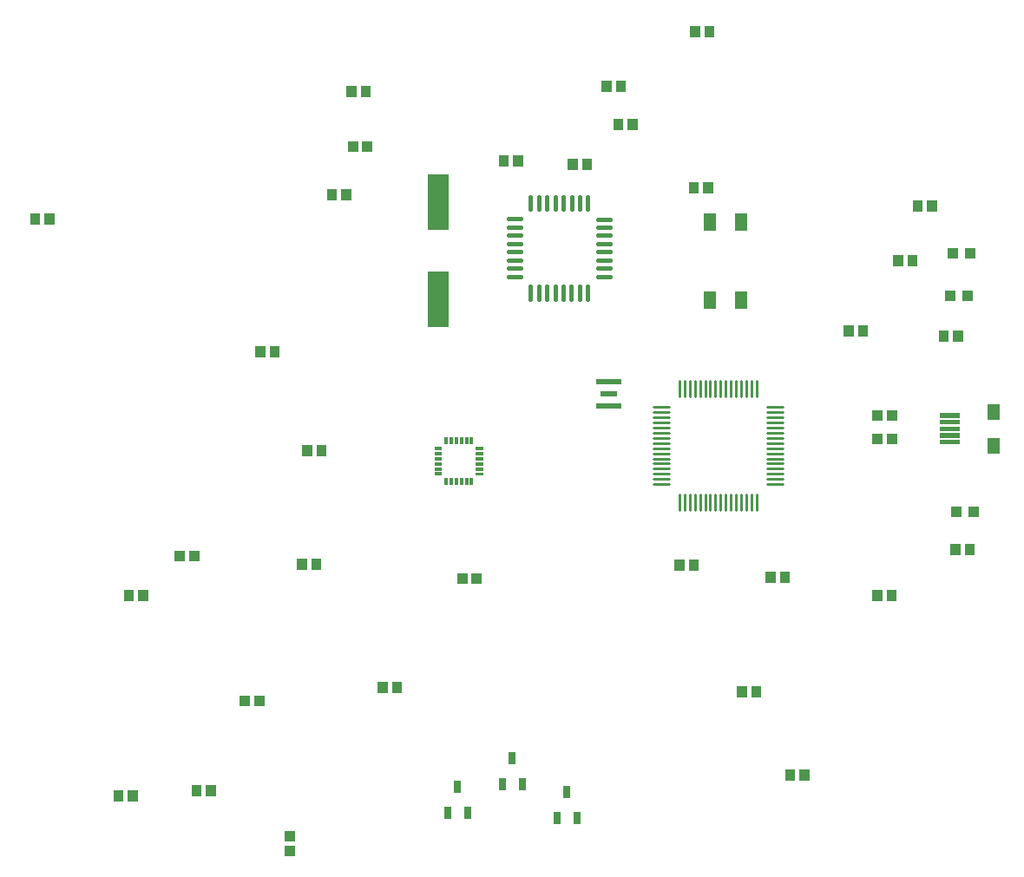
<source format=gtp>
G04 Layer: TopPasteMaskLayer*
G04 EasyEDA v6.4.5, 2020-09-10T17:23:05--4:00*
G04 1c95f6ef93c34f1eadd188c2f50e5772,ebf70693e8d24e819ce4a1bff5f43d4f,10*
G04 Gerber Generator version 0.2*
G04 Scale: 100 percent, Rotated: No, Reflected: No *
G04 Dimensions in millimeters *
G04 leading zeros omitted , absolute positions ,3 integer and 3 decimal *
%FSLAX33Y33*%
%MOMM*%
G90*
G71D02*

%ADD13C,0.450012*%
%ADD14C,0.280010*%
%ADD19R,0.999998X1.099998*%
%ADD21R,1.199896X1.599997*%
%ADD22R,0.800100X0.299720*%
%ADD23R,0.299720X0.800100*%
%ADD24R,1.999996X5.499989*%
%ADD25R,1.099998X0.999998*%
%ADD26R,0.699999X1.250010*%
%ADD27R,1.092200X0.990600*%
%ADD28R,1.199896X1.699997*%

%LPD*%
G54D13*
G01X55240Y77964D02*
G01X55240Y76764D01*
G01X56040Y77964D02*
G01X56040Y76764D01*
G01X56841Y77964D02*
G01X56841Y76764D01*
G01X57641Y77964D02*
G01X57641Y76764D01*
G01X58438Y77964D02*
G01X58438Y76764D01*
G01X59238Y77964D02*
G01X59238Y76764D01*
G01X60038Y77964D02*
G01X60038Y76764D01*
G01X60839Y77964D02*
G01X60839Y76764D01*
G01X61803Y75789D02*
G01X63003Y75789D01*
G01X61803Y74989D02*
G01X63003Y74989D01*
G01X61803Y74189D02*
G01X63003Y74189D01*
G01X61803Y73389D02*
G01X63003Y73389D01*
G01X61803Y72591D02*
G01X63003Y72591D01*
G01X61803Y71791D02*
G01X63003Y71791D01*
G01X61803Y70991D02*
G01X63003Y70991D01*
G01X61803Y70191D02*
G01X63003Y70191D01*
G01X60828Y69201D02*
G01X60828Y68001D01*
G01X60028Y69201D02*
G01X60028Y68001D01*
G01X59228Y69201D02*
G01X59228Y68001D01*
G01X58428Y69201D02*
G01X58428Y68001D01*
G01X57631Y69201D02*
G01X57631Y68001D01*
G01X56830Y69201D02*
G01X56830Y68001D01*
G01X56030Y69201D02*
G01X56030Y68001D01*
G01X55230Y69201D02*
G01X55230Y68001D01*
G01X53066Y70201D02*
G01X54266Y70201D01*
G01X53066Y71001D02*
G01X54266Y71001D01*
G01X53066Y71801D02*
G01X54266Y71801D01*
G01X53066Y72601D02*
G01X54266Y72601D01*
G01X53066Y73399D02*
G01X54266Y73399D01*
G01X53066Y74199D02*
G01X54266Y74199D01*
G01X53066Y74999D02*
G01X54266Y74999D01*
G01X53066Y75799D02*
G01X54266Y75799D01*
G54D14*
G01X69778Y59988D02*
G01X69778Y58468D01*
G01X70278Y59988D02*
G01X70278Y58468D01*
G01X70778Y59988D02*
G01X70778Y58468D01*
G01X71278Y59988D02*
G01X71278Y58468D01*
G01X71778Y59988D02*
G01X71778Y58468D01*
G01X72278Y59988D02*
G01X72278Y58468D01*
G01X72778Y59988D02*
G01X72778Y58468D01*
G01X73278Y59988D02*
G01X73278Y58468D01*
G01X73778Y59988D02*
G01X73778Y58468D01*
G01X74278Y59988D02*
G01X74278Y58468D01*
G01X74778Y59988D02*
G01X74778Y58468D01*
G01X75278Y59988D02*
G01X75278Y58468D01*
G01X75778Y59988D02*
G01X75778Y58468D01*
G01X76278Y59988D02*
G01X76278Y58468D01*
G01X76778Y59988D02*
G01X76778Y58468D01*
G01X77278Y59988D02*
G01X77278Y58468D01*
G01X78318Y57429D02*
G01X79838Y57429D01*
G01X78318Y56928D02*
G01X79838Y56928D01*
G01X78318Y56429D02*
G01X79838Y56429D01*
G01X78318Y55928D02*
G01X79838Y55928D01*
G01X78318Y55429D02*
G01X79838Y55429D01*
G01X78318Y54928D02*
G01X79838Y54928D01*
G01X78318Y54429D02*
G01X79838Y54429D01*
G01X78318Y53928D02*
G01X79838Y53928D01*
G01X78318Y53429D02*
G01X79838Y53429D01*
G01X78318Y52928D02*
G01X79838Y52928D01*
G01X78318Y52429D02*
G01X79838Y52429D01*
G01X78318Y51928D02*
G01X79838Y51928D01*
G01X78318Y51429D02*
G01X79838Y51429D01*
G01X78318Y50928D02*
G01X79838Y50928D01*
G01X78318Y50429D02*
G01X79838Y50429D01*
G01X78318Y49928D02*
G01X79838Y49928D01*
G01X77278Y48889D02*
G01X77278Y47369D01*
G01X76778Y48889D02*
G01X76778Y47369D01*
G01X76278Y48889D02*
G01X76278Y47369D01*
G01X75778Y48889D02*
G01X75778Y47369D01*
G01X75278Y48889D02*
G01X75278Y47369D01*
G01X74778Y48889D02*
G01X74778Y47369D01*
G01X74278Y48889D02*
G01X74278Y47369D01*
G01X73778Y48889D02*
G01X73778Y47369D01*
G01X73278Y48889D02*
G01X73278Y47369D01*
G01X72778Y48889D02*
G01X72778Y47369D01*
G01X72278Y48889D02*
G01X72278Y47369D01*
G01X71778Y48889D02*
G01X71778Y47369D01*
G01X71278Y48889D02*
G01X71278Y47369D01*
G01X70778Y48889D02*
G01X70778Y47369D01*
G01X70278Y48889D02*
G01X70278Y47369D01*
G01X69778Y48889D02*
G01X69778Y47369D01*
G01X67218Y49928D02*
G01X68738Y49928D01*
G01X67218Y50429D02*
G01X68738Y50429D01*
G01X67218Y50928D02*
G01X68738Y50928D01*
G01X67218Y51429D02*
G01X68738Y51429D01*
G01X67218Y51928D02*
G01X68738Y51928D01*
G01X67218Y52429D02*
G01X68738Y52429D01*
G01X67218Y52928D02*
G01X68738Y52928D01*
G01X67218Y53429D02*
G01X68738Y53429D01*
G01X67218Y53928D02*
G01X68738Y53928D01*
G01X67218Y54429D02*
G01X68738Y54429D01*
G01X67218Y54928D02*
G01X68738Y54928D01*
G01X67218Y55429D02*
G01X68738Y55429D01*
G01X67218Y55928D02*
G01X68738Y55928D01*
G01X67218Y56429D02*
G01X68738Y56429D01*
G01X67218Y56928D02*
G01X68738Y56928D01*
G01X67218Y57429D02*
G01X68738Y57429D01*
G36*
G01X61610Y60207D02*
G01X64110Y60207D01*
G01X64110Y59707D01*
G01X61610Y59707D01*
G01X61610Y60207D01*
G37*
G36*
G01X62060Y59008D02*
G01X63660Y59008D01*
G01X63660Y58509D01*
G01X62060Y58509D01*
G01X62060Y59008D01*
G37*
G36*
G01X61610Y57810D02*
G01X64110Y57810D01*
G01X64110Y57310D01*
G01X61610Y57310D01*
G01X61610Y57810D01*
G37*
G36*
G01X78170Y41401D02*
G01X79170Y41401D01*
G01X79170Y40301D01*
G01X78170Y40301D01*
G01X78170Y41401D01*
G37*
G36*
G01X79570Y41401D02*
G01X80570Y41401D01*
G01X80570Y40301D01*
G01X79570Y40301D01*
G01X79570Y41401D01*
G37*
G36*
G01X32958Y53720D02*
G01X33958Y53720D01*
G01X33958Y52620D01*
G01X32958Y52620D01*
G01X32958Y53720D01*
G37*
G36*
G01X34358Y53720D02*
G01X35358Y53720D01*
G01X35358Y52620D01*
G01X34358Y52620D01*
G01X34358Y53720D01*
G37*
G36*
G01X14543Y20065D02*
G01X15543Y20065D01*
G01X15543Y18965D01*
G01X14543Y18965D01*
G01X14543Y20065D01*
G37*
G36*
G01X15943Y20065D02*
G01X16943Y20065D01*
G01X16943Y18965D01*
G01X15943Y18965D01*
G01X15943Y20065D01*
G37*
G36*
G01X69280Y42544D02*
G01X70280Y42544D01*
G01X70280Y41444D01*
G01X69280Y41444D01*
G01X69280Y42544D01*
G37*
G36*
G01X70680Y42544D02*
G01X71680Y42544D01*
G01X71680Y41444D01*
G01X70680Y41444D01*
G01X70680Y42544D01*
G37*
G54D19*
G01X90484Y54313D03*
G01X89085Y54313D03*
G01X90484Y56599D03*
G01X89085Y56599D03*
G36*
G01X88584Y39623D02*
G01X89584Y39623D01*
G01X89584Y38523D01*
G01X88584Y38523D01*
G01X88584Y39623D01*
G37*
G36*
G01X89984Y39623D02*
G01X90984Y39623D01*
G01X90984Y38523D01*
G01X89984Y38523D01*
G01X89984Y39623D01*
G37*
G36*
G01X85790Y65404D02*
G01X86790Y65404D01*
G01X86790Y64304D01*
G01X85790Y64304D01*
G01X85790Y65404D01*
G37*
G36*
G01X87190Y65404D02*
G01X88190Y65404D01*
G01X88190Y64304D01*
G01X87190Y64304D01*
G01X87190Y65404D01*
G37*
G01X49971Y40724D03*
G01X48572Y40724D03*
G36*
G01X92521Y77596D02*
G01X93521Y77596D01*
G01X93521Y76496D01*
G01X92521Y76496D01*
G01X92521Y77596D01*
G37*
G36*
G01X93921Y77596D02*
G01X94921Y77596D01*
G01X94921Y76496D01*
G01X93921Y76496D01*
G01X93921Y77596D01*
G37*
G36*
G01X40324Y30606D02*
G01X41324Y30606D01*
G01X41324Y29506D01*
G01X40324Y29506D01*
G01X40324Y30606D01*
G37*
G36*
G01X41724Y30606D02*
G01X42724Y30606D01*
G01X42724Y29506D01*
G01X41724Y29506D01*
G01X41724Y30606D01*
G37*
G36*
G01X80075Y22097D02*
G01X81075Y22097D01*
G01X81075Y20997D01*
G01X80075Y20997D01*
G01X80075Y22097D01*
G37*
G36*
G01X81475Y22097D02*
G01X82475Y22097D01*
G01X82475Y20997D01*
G01X81475Y20997D01*
G01X81475Y22097D01*
G37*
G01X28762Y28786D03*
G01X27363Y28786D03*
G36*
G01X95137Y56844D02*
G01X97137Y56844D01*
G01X97137Y56394D01*
G01X95137Y56394D01*
G01X95137Y56844D01*
G37*
G36*
G01X95137Y56194D02*
G01X97137Y56194D01*
G01X97137Y55744D01*
G01X95137Y55744D01*
G01X95137Y56194D01*
G37*
G36*
G01X95137Y55544D02*
G01X97137Y55544D01*
G01X97137Y55094D01*
G01X95137Y55094D01*
G01X95137Y55544D01*
G37*
G36*
G01X95137Y54894D02*
G01X97137Y54894D01*
G01X97137Y54444D01*
G01X95137Y54444D01*
G01X95137Y54894D01*
G37*
G36*
G01X95137Y54244D02*
G01X97137Y54244D01*
G01X97137Y53794D01*
G01X95137Y53794D01*
G01X95137Y54244D01*
G37*
G54D21*
G01X100449Y56925D03*
G01X100433Y53646D03*
G54D22*
G01X46249Y53399D03*
G01X46249Y52916D03*
G01X46249Y52408D03*
G01X46249Y51900D03*
G01X46249Y51392D03*
G01X46249Y50910D03*
G54D23*
G01X47011Y50148D03*
G01X47493Y50148D03*
G01X48001Y50148D03*
G01X48509Y50148D03*
G01X49017Y50148D03*
G01X49500Y50148D03*
G36*
G01X49862Y51060D02*
G01X50662Y51060D01*
G01X50662Y50760D01*
G01X49862Y50760D01*
G01X49862Y51060D01*
G37*
G36*
G01X49862Y51542D02*
G01X50662Y51542D01*
G01X50662Y51243D01*
G01X49862Y51243D01*
G01X49862Y51542D01*
G37*
G36*
G01X49862Y52050D02*
G01X50662Y52050D01*
G01X50662Y51751D01*
G01X49862Y51751D01*
G01X49862Y52050D01*
G37*
G36*
G01X49862Y52558D02*
G01X50662Y52558D01*
G01X50662Y52259D01*
G01X49862Y52259D01*
G01X49862Y52558D01*
G37*
G36*
G01X49862Y53066D02*
G01X50662Y53066D01*
G01X50662Y52767D01*
G01X49862Y52767D01*
G01X49862Y53066D01*
G37*
G36*
G01X49862Y53549D02*
G01X50662Y53549D01*
G01X50662Y53249D01*
G01X49862Y53249D01*
G01X49862Y53549D01*
G37*
G01X49500Y54161D03*
G01X49017Y54161D03*
G01X48509Y54161D03*
G01X48001Y54161D03*
G01X47493Y54161D03*
G01X47011Y54161D03*
G54D19*
G01X39303Y82888D03*
G01X37904Y82888D03*
G01X22412Y42883D03*
G01X21013Y42883D03*
G36*
G01X15559Y39623D02*
G01X16559Y39623D01*
G01X16559Y38523D01*
G01X15559Y38523D01*
G01X15559Y39623D01*
G37*
G36*
G01X16959Y39623D02*
G01X17959Y39623D01*
G01X17959Y38523D01*
G01X16959Y38523D01*
G01X16959Y39623D01*
G37*
G36*
G01X32450Y42671D02*
G01X33450Y42671D01*
G01X33450Y41571D01*
G01X32450Y41571D01*
G01X32450Y42671D01*
G37*
G36*
G01X33850Y42671D02*
G01X34850Y42671D01*
G01X34850Y41571D01*
G01X33850Y41571D01*
G01X33850Y42671D01*
G37*
G54D24*
G01X46223Y67978D03*
G01X46223Y77479D03*
G36*
G01X35371Y78739D02*
G01X36371Y78739D01*
G01X36371Y77639D01*
G01X35371Y77639D01*
G01X35371Y78739D01*
G37*
G36*
G01X36771Y78739D02*
G01X37771Y78739D01*
G01X37771Y77639D01*
G01X36771Y77639D01*
G01X36771Y78739D01*
G37*
G36*
G01X28386Y63372D02*
G01X29386Y63372D01*
G01X29386Y62272D01*
G01X28386Y62272D01*
G01X28386Y63372D01*
G37*
G36*
G01X29786Y63372D02*
G01X30786Y63372D01*
G01X30786Y62272D01*
G01X29786Y62272D01*
G01X29786Y63372D01*
G37*
G54D25*
G01X31745Y15516D03*
G01X31745Y14116D03*
G36*
G01X70804Y94614D02*
G01X71804Y94614D01*
G01X71804Y93514D01*
G01X70804Y93514D01*
G01X70804Y94614D01*
G37*
G36*
G01X72204Y94614D02*
G01X73204Y94614D01*
G01X73204Y93514D01*
G01X72204Y93514D01*
G01X72204Y94614D01*
G37*
G36*
G01X6415Y76326D02*
G01X7415Y76326D01*
G01X7415Y75226D01*
G01X6415Y75226D01*
G01X6415Y76326D01*
G37*
G36*
G01X7815Y76326D02*
G01X8815Y76326D01*
G01X8815Y75226D01*
G01X7815Y75226D01*
G01X7815Y76326D01*
G37*
G36*
G01X37276Y88772D02*
G01X38276Y88772D01*
G01X38276Y87672D01*
G01X37276Y87672D01*
G01X37276Y88772D01*
G37*
G36*
G01X38676Y88772D02*
G01X39676Y88772D01*
G01X39676Y87672D01*
G01X38676Y87672D01*
G01X38676Y88772D01*
G37*
G54D26*
G01X48128Y20384D03*
G01X49078Y17885D03*
G01X47178Y17885D03*
G36*
G01X75376Y30225D02*
G01X76376Y30225D01*
G01X76376Y29125D01*
G01X75376Y29125D01*
G01X75376Y30225D01*
G37*
G36*
G01X76776Y30225D02*
G01X77776Y30225D01*
G01X77776Y29125D01*
G01X76776Y29125D01*
G01X76776Y30225D01*
G37*
G36*
G01X22163Y20573D02*
G01X23163Y20573D01*
G01X23163Y19473D01*
G01X22163Y19473D01*
G01X22163Y20573D01*
G37*
G36*
G01X23563Y20573D02*
G01X24563Y20573D01*
G01X24563Y19473D01*
G01X23563Y19473D01*
G01X23563Y20573D01*
G37*
G36*
G01X70677Y79374D02*
G01X71677Y79374D01*
G01X71677Y78274D01*
G01X70677Y78274D01*
G01X70677Y79374D01*
G37*
G36*
G01X72077Y79374D02*
G01X73077Y79374D01*
G01X73077Y78274D01*
G01X72077Y78274D01*
G01X72077Y79374D01*
G37*
G36*
G01X63311Y85597D02*
G01X64311Y85597D01*
G01X64311Y84497D01*
G01X63311Y84497D01*
G01X63311Y85597D01*
G37*
G36*
G01X64711Y85597D02*
G01X65711Y85597D01*
G01X65711Y84497D01*
G01X64711Y84497D01*
G01X64711Y85597D01*
G37*
G36*
G01X62168Y89280D02*
G01X63168Y89280D01*
G01X63168Y88180D01*
G01X62168Y88180D01*
G01X62168Y89280D01*
G37*
G36*
G01X63568Y89280D02*
G01X64568Y89280D01*
G01X64568Y88180D01*
G01X63568Y88180D01*
G01X63568Y89280D01*
G37*
G01X58796Y19876D03*
G01X59746Y17377D03*
G01X57846Y17377D03*
G01X53462Y23178D03*
G01X54412Y20679D03*
G01X52512Y20679D03*
G36*
G01X58866Y81660D02*
G01X59866Y81660D01*
G01X59866Y80560D01*
G01X58866Y80560D01*
G01X58866Y81660D01*
G37*
G36*
G01X60266Y81660D02*
G01X61266Y81660D01*
G01X61266Y80560D01*
G01X60266Y80560D01*
G01X60266Y81660D01*
G37*
G36*
G01X52135Y82041D02*
G01X53135Y82041D01*
G01X53135Y80941D01*
G01X52135Y80941D01*
G01X52135Y82041D01*
G37*
G36*
G01X53535Y82041D02*
G01X54535Y82041D01*
G01X54535Y80941D01*
G01X53535Y80941D01*
G01X53535Y82041D01*
G37*
G36*
G01X90616Y72262D02*
G01X91616Y72262D01*
G01X91616Y71162D01*
G01X90616Y71162D01*
G01X90616Y72262D01*
G37*
G36*
G01X92016Y72262D02*
G01X93016Y72262D01*
G01X93016Y71162D01*
G01X92016Y71162D01*
G01X92016Y72262D01*
G37*
G36*
G01X95061Y64896D02*
G01X96061Y64896D01*
G01X96061Y63796D01*
G01X95061Y63796D01*
G01X95061Y64896D01*
G37*
G36*
G01X96461Y64896D02*
G01X97461Y64896D01*
G01X97461Y63796D01*
G01X96461Y63796D01*
G01X96461Y64896D01*
G37*
G54D27*
G01X98128Y72474D03*
G01X96426Y72474D03*
G01X97874Y68283D03*
G01X96172Y68283D03*
G36*
G01X96204Y44068D02*
G01X97204Y44068D01*
G01X97204Y42968D01*
G01X96204Y42968D01*
G01X96204Y44068D01*
G37*
G36*
G01X97604Y44068D02*
G01X98604Y44068D01*
G01X98604Y42968D01*
G01X97604Y42968D01*
G01X97604Y44068D01*
G37*
G01X98509Y47201D03*
G01X96807Y47201D03*
G54D28*
G01X75814Y75522D03*
G01X72766Y75522D03*
G01X75814Y67902D03*
G01X72766Y67902D03*
M00*
M02*

</source>
